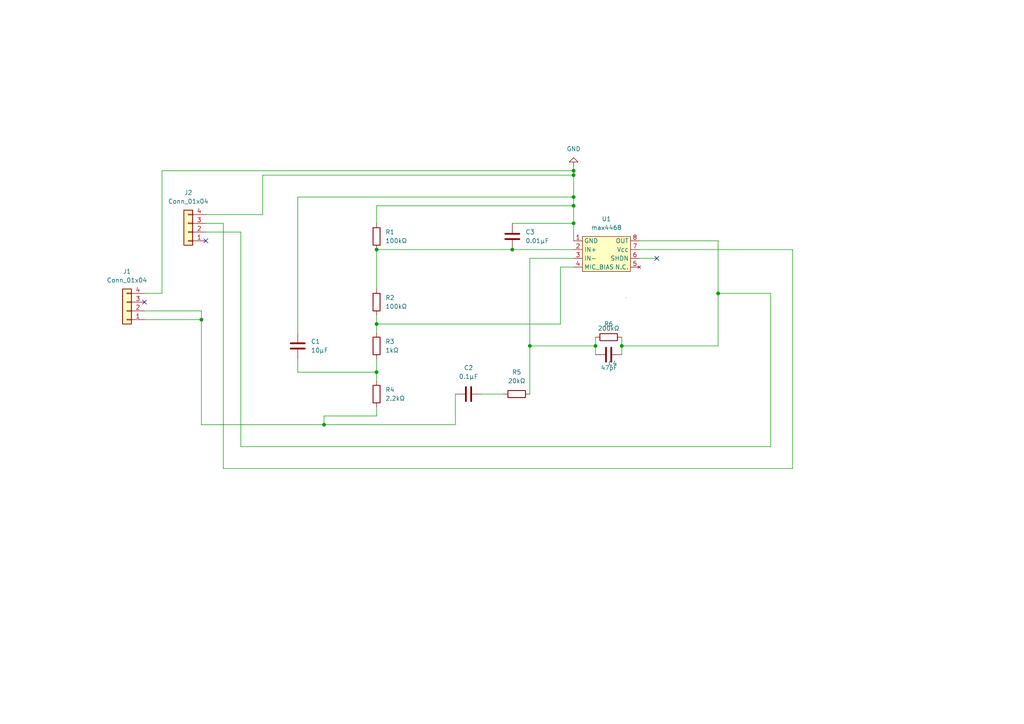
<source format=kicad_sch>
(kicad_sch (version 20211123) (generator eeschema)

  (uuid 4bea0c4f-02bc-41d1-9d68-a5f53729b297)

  (paper "A4")

  (lib_symbols
    (symbol "Connector_Generic:Conn_01x04" (pin_names (offset 1.016) hide) (in_bom yes) (on_board yes)
      (property "Reference" "J" (id 0) (at 0 5.08 0)
        (effects (font (size 1.27 1.27)))
      )
      (property "Value" "Conn_01x04" (id 1) (at 0 -7.62 0)
        (effects (font (size 1.27 1.27)))
      )
      (property "Footprint" "" (id 2) (at 0 0 0)
        (effects (font (size 1.27 1.27)) hide)
      )
      (property "Datasheet" "~" (id 3) (at 0 0 0)
        (effects (font (size 1.27 1.27)) hide)
      )
      (property "ki_keywords" "connector" (id 4) (at 0 0 0)
        (effects (font (size 1.27 1.27)) hide)
      )
      (property "ki_description" "Generic connector, single row, 01x04, script generated (kicad-library-utils/schlib/autogen/connector/)" (id 5) (at 0 0 0)
        (effects (font (size 1.27 1.27)) hide)
      )
      (property "ki_fp_filters" "Connector*:*_1x??_*" (id 6) (at 0 0 0)
        (effects (font (size 1.27 1.27)) hide)
      )
      (symbol "Conn_01x04_1_1"
        (rectangle (start -1.27 -4.953) (end 0 -5.207)
          (stroke (width 0.1524) (type default) (color 0 0 0 0))
          (fill (type none))
        )
        (rectangle (start -1.27 -2.413) (end 0 -2.667)
          (stroke (width 0.1524) (type default) (color 0 0 0 0))
          (fill (type none))
        )
        (rectangle (start -1.27 0.127) (end 0 -0.127)
          (stroke (width 0.1524) (type default) (color 0 0 0 0))
          (fill (type none))
        )
        (rectangle (start -1.27 2.667) (end 0 2.413)
          (stroke (width 0.1524) (type default) (color 0 0 0 0))
          (fill (type none))
        )
        (rectangle (start -1.27 3.81) (end 1.27 -6.35)
          (stroke (width 0.254) (type default) (color 0 0 0 0))
          (fill (type background))
        )
        (pin passive line (at -5.08 2.54 0) (length 3.81)
          (name "Pin_1" (effects (font (size 1.27 1.27))))
          (number "1" (effects (font (size 1.27 1.27))))
        )
        (pin passive line (at -5.08 0 0) (length 3.81)
          (name "Pin_2" (effects (font (size 1.27 1.27))))
          (number "2" (effects (font (size 1.27 1.27))))
        )
        (pin passive line (at -5.08 -2.54 0) (length 3.81)
          (name "Pin_3" (effects (font (size 1.27 1.27))))
          (number "3" (effects (font (size 1.27 1.27))))
        )
        (pin passive line (at -5.08 -5.08 0) (length 3.81)
          (name "Pin_4" (effects (font (size 1.27 1.27))))
          (number "4" (effects (font (size 1.27 1.27))))
        )
      )
    )
    (symbol "Device:C" (pin_numbers hide) (pin_names (offset 0.254)) (in_bom yes) (on_board yes)
      (property "Reference" "C" (id 0) (at 0.635 2.54 0)
        (effects (font (size 1.27 1.27)) (justify left))
      )
      (property "Value" "C" (id 1) (at 0.635 -2.54 0)
        (effects (font (size 1.27 1.27)) (justify left))
      )
      (property "Footprint" "" (id 2) (at 0.9652 -3.81 0)
        (effects (font (size 1.27 1.27)) hide)
      )
      (property "Datasheet" "~" (id 3) (at 0 0 0)
        (effects (font (size 1.27 1.27)) hide)
      )
      (property "ki_keywords" "cap capacitor" (id 4) (at 0 0 0)
        (effects (font (size 1.27 1.27)) hide)
      )
      (property "ki_description" "Unpolarized capacitor" (id 5) (at 0 0 0)
        (effects (font (size 1.27 1.27)) hide)
      )
      (property "ki_fp_filters" "C_*" (id 6) (at 0 0 0)
        (effects (font (size 1.27 1.27)) hide)
      )
      (symbol "C_0_1"
        (polyline
          (pts
            (xy -2.032 -0.762)
            (xy 2.032 -0.762)
          )
          (stroke (width 0.508) (type default) (color 0 0 0 0))
          (fill (type none))
        )
        (polyline
          (pts
            (xy -2.032 0.762)
            (xy 2.032 0.762)
          )
          (stroke (width 0.508) (type default) (color 0 0 0 0))
          (fill (type none))
        )
      )
      (symbol "C_1_1"
        (pin passive line (at 0 3.81 270) (length 2.794)
          (name "~" (effects (font (size 1.27 1.27))))
          (number "1" (effects (font (size 1.27 1.27))))
        )
        (pin passive line (at 0 -3.81 90) (length 2.794)
          (name "~" (effects (font (size 1.27 1.27))))
          (number "2" (effects (font (size 1.27 1.27))))
        )
      )
    )
    (symbol "Device:R" (pin_numbers hide) (pin_names (offset 0)) (in_bom yes) (on_board yes)
      (property "Reference" "R" (id 0) (at 2.032 0 90)
        (effects (font (size 1.27 1.27)))
      )
      (property "Value" "R" (id 1) (at 0 0 90)
        (effects (font (size 1.27 1.27)))
      )
      (property "Footprint" "" (id 2) (at -1.778 0 90)
        (effects (font (size 1.27 1.27)) hide)
      )
      (property "Datasheet" "~" (id 3) (at 0 0 0)
        (effects (font (size 1.27 1.27)) hide)
      )
      (property "ki_keywords" "R res resistor" (id 4) (at 0 0 0)
        (effects (font (size 1.27 1.27)) hide)
      )
      (property "ki_description" "Resistor" (id 5) (at 0 0 0)
        (effects (font (size 1.27 1.27)) hide)
      )
      (property "ki_fp_filters" "R_*" (id 6) (at 0 0 0)
        (effects (font (size 1.27 1.27)) hide)
      )
      (symbol "R_0_1"
        (rectangle (start -1.016 -2.54) (end 1.016 2.54)
          (stroke (width 0.254) (type default) (color 0 0 0 0))
          (fill (type none))
        )
      )
      (symbol "R_1_1"
        (pin passive line (at 0 3.81 270) (length 1.27)
          (name "~" (effects (font (size 1.27 1.27))))
          (number "1" (effects (font (size 1.27 1.27))))
        )
        (pin passive line (at 0 -3.81 90) (length 1.27)
          (name "~" (effects (font (size 1.27 1.27))))
          (number "2" (effects (font (size 1.27 1.27))))
        )
      )
    )
    (symbol "max4468:max4468" (in_bom yes) (on_board yes)
      (property "Reference" "U" (id 0) (at -7.62 19.05 0)
        (effects (font (size 1.27 1.27)))
      )
      (property "Value" "max4468" (id 1) (at -2.54 5.08 0)
        (effects (font (size 1.27 1.27)))
      )
      (property "Footprint" "Package_TO_SOT_SMD:SOT-23-8" (id 2) (at 0 0 0)
        (effects (font (size 1.27 1.27)) hide)
      )
      (property "Datasheet" "" (id 3) (at 0 0 0)
        (effects (font (size 1.27 1.27)) hide)
      )
      (symbol "max4468_0_1"
        (rectangle (start 2.54 0) (end 2.54 0)
          (stroke (width 0) (type default) (color 0 0 0 0))
          (fill (type none))
        )
        (rectangle (start 3.81 7.62) (end -10.16 17.78)
          (stroke (width 0) (type default) (color 0 0 0 0))
          (fill (type background))
        )
      )
      (symbol "max4468_1_1"
        (pin power_in line (at -12.7 16.51 0) (length 2.54)
          (name "GND" (effects (font (size 1.27 1.27))))
          (number "1" (effects (font (size 1.27 1.27))))
        )
        (pin input line (at -12.7 13.97 0) (length 2.54)
          (name "IN+" (effects (font (size 1.27 1.27))))
          (number "2" (effects (font (size 1.27 1.27))))
        )
        (pin input line (at -12.7 11.43 0) (length 2.54)
          (name "IN-" (effects (font (size 1.27 1.27))))
          (number "3" (effects (font (size 1.27 1.27))))
        )
        (pin input line (at -12.7 8.89 0) (length 2.54)
          (name "MIC_BIAS" (effects (font (size 1.27 1.27))))
          (number "4" (effects (font (size 1.27 1.27))))
        )
        (pin no_connect line (at 6.35 8.89 180) (length 2.54)
          (name "N.C." (effects (font (size 1.27 1.27))))
          (number "5" (effects (font (size 1.27 1.27))))
        )
        (pin output line (at 6.35 11.43 180) (length 2.54)
          (name "SHDN" (effects (font (size 1.27 1.27))))
          (number "6" (effects (font (size 1.27 1.27))))
        )
        (pin power_in line (at 6.35 13.97 180) (length 2.54)
          (name "Vcc" (effects (font (size 1.27 1.27))))
          (number "7" (effects (font (size 1.27 1.27))))
        )
        (pin output line (at 6.35 16.51 180) (length 2.54)
          (name "OUT" (effects (font (size 1.27 1.27))))
          (number "8" (effects (font (size 1.27 1.27))))
        )
      )
    )
    (symbol "power:GND" (power) (pin_names (offset 0)) (in_bom yes) (on_board yes)
      (property "Reference" "#PWR" (id 0) (at 0 -6.35 0)
        (effects (font (size 1.27 1.27)) hide)
      )
      (property "Value" "GND" (id 1) (at 0 -3.81 0)
        (effects (font (size 1.27 1.27)))
      )
      (property "Footprint" "" (id 2) (at 0 0 0)
        (effects (font (size 1.27 1.27)) hide)
      )
      (property "Datasheet" "" (id 3) (at 0 0 0)
        (effects (font (size 1.27 1.27)) hide)
      )
      (property "ki_keywords" "power-flag" (id 4) (at 0 0 0)
        (effects (font (size 1.27 1.27)) hide)
      )
      (property "ki_description" "Power symbol creates a global label with name \"GND\" , ground" (id 5) (at 0 0 0)
        (effects (font (size 1.27 1.27)) hide)
      )
      (symbol "GND_0_1"
        (polyline
          (pts
            (xy 0 0)
            (xy 0 -1.27)
            (xy 1.27 -1.27)
            (xy 0 -2.54)
            (xy -1.27 -1.27)
            (xy 0 -1.27)
          )
          (stroke (width 0) (type default) (color 0 0 0 0))
          (fill (type none))
        )
      )
      (symbol "GND_1_1"
        (pin power_in line (at 0 0 270) (length 0) hide
          (name "GND" (effects (font (size 1.27 1.27))))
          (number "1" (effects (font (size 1.27 1.27))))
        )
      )
    )
  )


  (junction (at 166.37 50.8) (diameter 0) (color 0 0 0 0)
    (uuid 0c1a7f03-3e81-44d9-a3cb-b10b0e10340e)
  )
  (junction (at 166.37 49.53) (diameter 0) (color 0 0 0 0)
    (uuid 261946c5-be3c-448b-b4dd-d5d8fc4da4d3)
  )
  (junction (at 93.98 123.19) (diameter 0) (color 0 0 0 0)
    (uuid 4cef8e20-455f-45a7-a110-19a287773fb0)
  )
  (junction (at 172.72 100.33) (diameter 0) (color 0 0 0 0)
    (uuid 5a4560f1-0aed-421b-bdc4-5b9879cfe57d)
  )
  (junction (at 153.67 100.33) (diameter 0) (color 0 0 0 0)
    (uuid 78cdf0c5-554b-4055-85b1-fe26e547b048)
  )
  (junction (at 166.37 59.69) (diameter 0) (color 0 0 0 0)
    (uuid 7aa6a06a-673e-4bac-a85d-161f0213f7fd)
  )
  (junction (at 166.37 57.15) (diameter 0) (color 0 0 0 0)
    (uuid 8cc1f780-d121-4bcc-b467-3db39a5a268a)
  )
  (junction (at 58.42 92.71) (diameter 0) (color 0 0 0 0)
    (uuid 8e29c5f5-91c5-4ddb-92ae-68b7a22a9565)
  )
  (junction (at 109.22 72.39) (diameter 0) (color 0 0 0 0)
    (uuid a0e17cfe-0428-474d-87ab-8f6304dce631)
  )
  (junction (at 166.37 64.77) (diameter 0) (color 0 0 0 0)
    (uuid a22a33f4-9f78-4642-b616-cd54f9b7ae98)
  )
  (junction (at 109.22 93.98) (diameter 0) (color 0 0 0 0)
    (uuid a65cc7f6-eb74-480b-afa4-3a6408e1093d)
  )
  (junction (at 148.59 72.39) (diameter 0) (color 0 0 0 0)
    (uuid ab6e6947-180f-4fbd-805a-6b790cba2c14)
  )
  (junction (at 109.22 107.95) (diameter 0) (color 0 0 0 0)
    (uuid d34be49b-169c-4dbc-add8-c92eb595a9c0)
  )
  (junction (at 208.28 85.09) (diameter 0) (color 0 0 0 0)
    (uuid d5f9e163-307d-441d-a787-a2900336831d)
  )
  (junction (at 180.34 100.33) (diameter 0) (color 0 0 0 0)
    (uuid f5214baf-d12c-4f35-9e2d-3ac55e5f7111)
  )

  (no_connect (at 190.5 74.93) (uuid a0970185-0fb2-400f-8daa-9556710088c7))
  (no_connect (at 59.69 69.85) (uuid a0970185-0fb2-400f-8daa-9556710088c7))
  (no_connect (at 41.91 87.63) (uuid a0970185-0fb2-400f-8daa-9556710088c7))

  (wire (pts (xy 59.69 64.77) (xy 64.77 64.77))
    (stroke (width 0) (type default) (color 0 0 0 0))
    (uuid 0bf2d9fd-e46b-4eba-92f0-0e0b9085a4b9)
  )
  (wire (pts (xy 93.98 120.65) (xy 93.98 123.19))
    (stroke (width 0) (type default) (color 0 0 0 0))
    (uuid 14de9b2d-ce35-43ff-94a4-932208e8d7f0)
  )
  (wire (pts (xy 64.77 135.89) (xy 229.87 135.89))
    (stroke (width 0) (type default) (color 0 0 0 0))
    (uuid 1657a5d3-55c7-4a67-b45c-56d8873ccf6f)
  )
  (wire (pts (xy 166.37 57.15) (xy 166.37 59.69))
    (stroke (width 0) (type default) (color 0 0 0 0))
    (uuid 16d25f96-7e9b-4ff1-85ae-3072ba47e6f6)
  )
  (wire (pts (xy 172.72 100.33) (xy 172.72 102.87))
    (stroke (width 0) (type default) (color 0 0 0 0))
    (uuid 1d04ea01-16b3-4d7a-9f95-680512491d47)
  )
  (wire (pts (xy 139.7 114.3) (xy 146.05 114.3))
    (stroke (width 0) (type default) (color 0 0 0 0))
    (uuid 1e10827f-cb87-4a05-818a-40ebd50ca192)
  )
  (wire (pts (xy 58.42 123.19) (xy 93.98 123.19))
    (stroke (width 0) (type default) (color 0 0 0 0))
    (uuid 2050112d-1c0d-460b-8bb2-79ad3f85fa35)
  )
  (wire (pts (xy 148.59 64.77) (xy 166.37 64.77))
    (stroke (width 0) (type default) (color 0 0 0 0))
    (uuid 20f010e0-d4cd-4f9c-945b-8b72b126581a)
  )
  (wire (pts (xy 59.69 62.23) (xy 76.2 62.23))
    (stroke (width 0) (type default) (color 0 0 0 0))
    (uuid 2316ead6-6eff-4550-9387-06945bded35f)
  )
  (wire (pts (xy 93.98 120.65) (xy 109.22 120.65))
    (stroke (width 0) (type default) (color 0 0 0 0))
    (uuid 27b55362-75fa-4a57-b229-ba7803f93050)
  )
  (wire (pts (xy 180.34 100.33) (xy 180.34 102.87))
    (stroke (width 0) (type default) (color 0 0 0 0))
    (uuid 2a9a5f8a-219d-4150-a460-66aaa4c0e8be)
  )
  (wire (pts (xy 208.28 85.09) (xy 223.52 85.09))
    (stroke (width 0) (type default) (color 0 0 0 0))
    (uuid 2c2a25d7-d80e-43e9-9928-321958dd76ff)
  )
  (wire (pts (xy 153.67 74.93) (xy 153.67 100.33))
    (stroke (width 0) (type default) (color 0 0 0 0))
    (uuid 36d569f4-fca1-4e53-982f-0193a3d2f023)
  )
  (wire (pts (xy 109.22 104.14) (xy 109.22 107.95))
    (stroke (width 0) (type default) (color 0 0 0 0))
    (uuid 37f93f68-f63f-464e-8edf-ba98982be5bb)
  )
  (wire (pts (xy 166.37 48.26) (xy 166.37 49.53))
    (stroke (width 0) (type default) (color 0 0 0 0))
    (uuid 4218cef3-e293-43ff-8503-9a5e7d2c457a)
  )
  (wire (pts (xy 46.99 49.53) (xy 166.37 49.53))
    (stroke (width 0) (type default) (color 0 0 0 0))
    (uuid 455c6973-f4b0-433b-bbdf-771516f8414f)
  )
  (wire (pts (xy 109.22 59.69) (xy 166.37 59.69))
    (stroke (width 0) (type default) (color 0 0 0 0))
    (uuid 47e50e9e-0c32-4c32-a325-d7cc8d14b00a)
  )
  (wire (pts (xy 41.91 90.17) (xy 58.42 90.17))
    (stroke (width 0) (type default) (color 0 0 0 0))
    (uuid 48fdd82c-01f6-41ba-a75b-5735c200a5ea)
  )
  (wire (pts (xy 166.37 49.53) (xy 166.37 50.8))
    (stroke (width 0) (type default) (color 0 0 0 0))
    (uuid 49bccd0b-4501-4520-9cb0-c18a936fcc55)
  )
  (wire (pts (xy 185.42 74.93) (xy 190.5 74.93))
    (stroke (width 0) (type default) (color 0 0 0 0))
    (uuid 4ab5a3d6-bf9b-49b4-ae3c-b3aa6ae933f3)
  )
  (wire (pts (xy 185.42 72.39) (xy 229.87 72.39))
    (stroke (width 0) (type default) (color 0 0 0 0))
    (uuid 4ab85e9a-f7bd-4dd7-ab45-42aaa254578d)
  )
  (wire (pts (xy 86.36 57.15) (xy 166.37 57.15))
    (stroke (width 0) (type default) (color 0 0 0 0))
    (uuid 4f97ee5f-15a3-43b4-8ca4-ebf0ef4c8614)
  )
  (wire (pts (xy 69.85 129.54) (xy 223.52 129.54))
    (stroke (width 0) (type default) (color 0 0 0 0))
    (uuid 54c7ff08-92c4-4a17-9f48-af4f6470faa7)
  )
  (wire (pts (xy 185.42 69.85) (xy 208.28 69.85))
    (stroke (width 0) (type default) (color 0 0 0 0))
    (uuid 5d0747ea-bfcc-45c2-ab04-d8bdd02cb419)
  )
  (wire (pts (xy 76.2 50.8) (xy 166.37 50.8))
    (stroke (width 0) (type default) (color 0 0 0 0))
    (uuid 5fbb2c9c-fbf5-4840-a713-1706eef243b1)
  )
  (wire (pts (xy 229.87 135.89) (xy 229.87 72.39))
    (stroke (width 0) (type default) (color 0 0 0 0))
    (uuid 636157bd-4b1f-4b2a-bb11-08ff1e1b3f7c)
  )
  (wire (pts (xy 208.28 85.09) (xy 208.28 69.85))
    (stroke (width 0) (type default) (color 0 0 0 0))
    (uuid 647b922c-5436-47a1-98d0-5025f5bd9a4b)
  )
  (wire (pts (xy 109.22 72.39) (xy 148.59 72.39))
    (stroke (width 0) (type default) (color 0 0 0 0))
    (uuid 66ed7aa0-4c32-460e-80cd-267d13573755)
  )
  (wire (pts (xy 148.59 72.39) (xy 166.37 72.39))
    (stroke (width 0) (type default) (color 0 0 0 0))
    (uuid 68805d9a-eb55-42d3-aaaa-6bdddff0672f)
  )
  (wire (pts (xy 162.56 93.98) (xy 162.56 77.47))
    (stroke (width 0) (type default) (color 0 0 0 0))
    (uuid 6d363ce7-03d3-4f9f-ac1c-7e572713ba16)
  )
  (wire (pts (xy 58.42 90.17) (xy 58.42 92.71))
    (stroke (width 0) (type default) (color 0 0 0 0))
    (uuid 700077dc-8ba0-439f-a601-a739cd7161b5)
  )
  (wire (pts (xy 166.37 50.8) (xy 166.37 57.15))
    (stroke (width 0) (type default) (color 0 0 0 0))
    (uuid 74e906d5-aece-4b6f-89a7-035f5dffe5f9)
  )
  (wire (pts (xy 162.56 77.47) (xy 166.37 77.47))
    (stroke (width 0) (type default) (color 0 0 0 0))
    (uuid 7c398ad4-75b8-4cb6-8823-dac053940bf8)
  )
  (wire (pts (xy 109.22 64.77) (xy 109.22 59.69))
    (stroke (width 0) (type default) (color 0 0 0 0))
    (uuid 7d1c2e83-66e1-46c2-8d87-d6ecb8a4324b)
  )
  (wire (pts (xy 109.22 93.98) (xy 162.56 93.98))
    (stroke (width 0) (type default) (color 0 0 0 0))
    (uuid 827d2167-fd5e-43cf-b949-fd2ca4867dde)
  )
  (wire (pts (xy 208.28 100.33) (xy 208.28 85.09))
    (stroke (width 0) (type default) (color 0 0 0 0))
    (uuid 8582a017-9323-4caa-adbc-ce0ab7c93fad)
  )
  (wire (pts (xy 223.52 129.54) (xy 223.52 85.09))
    (stroke (width 0) (type default) (color 0 0 0 0))
    (uuid 864502bb-6b8c-4269-bce6-4a85bec145d9)
  )
  (wire (pts (xy 64.77 64.77) (xy 64.77 135.89))
    (stroke (width 0) (type default) (color 0 0 0 0))
    (uuid 897cdc22-d875-40cb-a46d-0817784ded93)
  )
  (wire (pts (xy 41.91 85.09) (xy 46.99 85.09))
    (stroke (width 0) (type default) (color 0 0 0 0))
    (uuid 89b9ef2f-ef93-4d9a-803b-13a301495ec7)
  )
  (wire (pts (xy 180.34 97.79) (xy 180.34 100.33))
    (stroke (width 0) (type default) (color 0 0 0 0))
    (uuid 8eb04ec4-e638-4f6d-ad5f-5dc9db155f46)
  )
  (wire (pts (xy 59.69 67.31) (xy 69.85 67.31))
    (stroke (width 0) (type default) (color 0 0 0 0))
    (uuid 9a34f594-3464-42ae-8c54-07cf6afc8092)
  )
  (wire (pts (xy 76.2 62.23) (xy 76.2 50.8))
    (stroke (width 0) (type default) (color 0 0 0 0))
    (uuid 9af4cce6-2d3d-4f37-94b4-64e03c6bdc48)
  )
  (wire (pts (xy 153.67 74.93) (xy 166.37 74.93))
    (stroke (width 0) (type default) (color 0 0 0 0))
    (uuid 9e20aef2-90bf-45e9-8751-9ec5ca6add49)
  )
  (wire (pts (xy 69.85 67.31) (xy 69.85 129.54))
    (stroke (width 0) (type default) (color 0 0 0 0))
    (uuid a43f89f2-b4c3-417e-b9cb-ccf5bf6976b4)
  )
  (wire (pts (xy 109.22 93.98) (xy 109.22 96.52))
    (stroke (width 0) (type default) (color 0 0 0 0))
    (uuid a5c27914-cde6-40e2-9c82-cfc88f63d3b6)
  )
  (wire (pts (xy 109.22 91.44) (xy 109.22 93.98))
    (stroke (width 0) (type default) (color 0 0 0 0))
    (uuid a5ce64a4-a2a0-4b15-acb8-3fcc949cea8c)
  )
  (wire (pts (xy 58.42 92.71) (xy 58.42 123.19))
    (stroke (width 0) (type default) (color 0 0 0 0))
    (uuid b7030f21-8bc5-4b9d-b985-157cfbeba99b)
  )
  (wire (pts (xy 86.36 104.14) (xy 86.36 107.95))
    (stroke (width 0) (type default) (color 0 0 0 0))
    (uuid b7350a41-dfc5-48e9-abfb-6311c1fd5178)
  )
  (wire (pts (xy 166.37 59.69) (xy 166.37 64.77))
    (stroke (width 0) (type default) (color 0 0 0 0))
    (uuid ba0025e2-801e-4d82-93c1-3b61e565b5e9)
  )
  (wire (pts (xy 93.98 123.19) (xy 132.08 123.19))
    (stroke (width 0) (type default) (color 0 0 0 0))
    (uuid c28fa489-9601-4423-b94d-e40de78ca253)
  )
  (wire (pts (xy 153.67 100.33) (xy 153.67 114.3))
    (stroke (width 0) (type default) (color 0 0 0 0))
    (uuid c2c05830-a7ca-4076-96f1-53d1f3401e13)
  )
  (wire (pts (xy 86.36 107.95) (xy 109.22 107.95))
    (stroke (width 0) (type default) (color 0 0 0 0))
    (uuid c733dd8d-503c-480a-b733-1493b0da02c8)
  )
  (wire (pts (xy 46.99 85.09) (xy 46.99 49.53))
    (stroke (width 0) (type default) (color 0 0 0 0))
    (uuid cc5d79b2-250d-4415-9066-fd032ddad876)
  )
  (wire (pts (xy 172.72 97.79) (xy 172.72 100.33))
    (stroke (width 0) (type default) (color 0 0 0 0))
    (uuid cdd3882a-eb9a-4182-b7b7-6c4ef4287a84)
  )
  (wire (pts (xy 86.36 96.52) (xy 86.36 57.15))
    (stroke (width 0) (type default) (color 0 0 0 0))
    (uuid d02e51ce-05b3-464a-b881-1e5df27919d8)
  )
  (wire (pts (xy 41.91 92.71) (xy 58.42 92.71))
    (stroke (width 0) (type default) (color 0 0 0 0))
    (uuid d2bde3a5-0347-481a-aa1d-38d2268d6415)
  )
  (wire (pts (xy 153.67 100.33) (xy 172.72 100.33))
    (stroke (width 0) (type default) (color 0 0 0 0))
    (uuid e26b8636-1f1a-48bb-9e15-aed8081fd63a)
  )
  (wire (pts (xy 109.22 72.39) (xy 109.22 83.82))
    (stroke (width 0) (type default) (color 0 0 0 0))
    (uuid e4e00183-1570-459c-a555-782b53456f96)
  )
  (wire (pts (xy 166.37 64.77) (xy 166.37 69.85))
    (stroke (width 0) (type default) (color 0 0 0 0))
    (uuid e6841630-45c8-4cfc-b541-c117181ee28a)
  )
  (wire (pts (xy 109.22 107.95) (xy 109.22 110.49))
    (stroke (width 0) (type default) (color 0 0 0 0))
    (uuid e7a2e7e3-1a18-430d-8eec-533ee9c16b4b)
  )
  (wire (pts (xy 180.34 100.33) (xy 208.28 100.33))
    (stroke (width 0) (type default) (color 0 0 0 0))
    (uuid ee5df766-2624-43c8-84bb-01ce2169f5cd)
  )
  (wire (pts (xy 132.08 114.3) (xy 132.08 123.19))
    (stroke (width 0) (type default) (color 0 0 0 0))
    (uuid f8f2a63f-74bf-497c-9fa2-29ead4a56ea8)
  )
  (wire (pts (xy 109.22 118.11) (xy 109.22 120.65))
    (stroke (width 0) (type default) (color 0 0 0 0))
    (uuid f9e9cc51-664e-4900-a439-9b9f5da9727f)
  )

  (symbol (lib_id "max4468:max4468") (at 179.07 86.36 0) (unit 1)
    (in_bom yes) (on_board yes) (fields_autoplaced)
    (uuid 3886852f-1349-4918-a2fd-5f4181d84791)
    (property "Reference" "U1" (id 0) (at 175.895 63.5 0))
    (property "Value" "max4468" (id 1) (at 175.895 66.04 0))
    (property "Footprint" "Package_TO_SOT_SMD:SOT-23-8" (id 2) (at 179.07 86.36 0)
      (effects (font (size 1.27 1.27)) hide)
    )
    (property "Datasheet" "" (id 3) (at 179.07 86.36 0)
      (effects (font (size 1.27 1.27)) hide)
    )
    (pin "1" (uuid da3662db-5733-4782-99df-aaee122cc9e4))
    (pin "2" (uuid 4c0df76c-1786-402b-a2d8-444262131fd1))
    (pin "3" (uuid d08d8054-e9ac-4573-be37-fd972056c9ed))
    (pin "4" (uuid 7d8588df-3697-4e58-a4d4-d6d113d27d1a))
    (pin "5" (uuid 3ecd1ea5-91cd-4b49-9ec8-b2691989bd87))
    (pin "6" (uuid e8b87c45-4c17-41c3-abf7-4c2931161f6d))
    (pin "7" (uuid 7dd5b104-904f-4aa6-874c-5eef832caf23))
    (pin "8" (uuid 4d57f057-9496-4550-a5ee-dbd230492e5c))
  )

  (symbol (lib_id "Device:C") (at 176.53 102.87 90) (unit 1)
    (in_bom yes) (on_board yes)
    (uuid 3913945f-37fe-4a40-bf3d-5a194aa568eb)
    (property "Reference" "C4" (id 0) (at 179.07 105.41 90)
      (effects (font (size 1.27 1.27)) (justify left))
    )
    (property "Value" "47pF" (id 1) (at 179.07 106.68 90)
      (effects (font (size 1.27 1.27)) (justify left))
    )
    (property "Footprint" "Capacitor_SMD:C_0603_1608Metric_Pad1.08x0.95mm_HandSolder" (id 2) (at 180.34 101.9048 0)
      (effects (font (size 1.27 1.27)) hide)
    )
    (property "Datasheet" "~" (id 3) (at 176.53 102.87 0)
      (effects (font (size 1.27 1.27)) hide)
    )
    (pin "1" (uuid f7b5ef1a-4ddd-474c-a496-fb22343c44b2))
    (pin "2" (uuid fdc6972f-420d-47e1-b698-36cc95c38809))
  )

  (symbol (lib_id "Device:R") (at 149.86 114.3 90) (unit 1)
    (in_bom yes) (on_board yes) (fields_autoplaced)
    (uuid 45e0bfef-b21a-4662-9362-5e5e36f121fe)
    (property "Reference" "R5" (id 0) (at 149.86 107.95 90))
    (property "Value" "20kΩ" (id 1) (at 149.86 110.49 90))
    (property "Footprint" "Capacitor_SMD:C_0603_1608Metric_Pad1.08x0.95mm_HandSolder" (id 2) (at 149.86 116.078 90)
      (effects (font (size 1.27 1.27)) hide)
    )
    (property "Datasheet" "~" (id 3) (at 149.86 114.3 0)
      (effects (font (size 1.27 1.27)) hide)
    )
    (pin "1" (uuid f0269bba-34e3-4df3-8aa0-9cd71d0cdfdb))
    (pin "2" (uuid 9a5ae634-7346-48dc-be73-3ebe1289af9c))
  )

  (symbol (lib_id "Device:R") (at 109.22 87.63 0) (unit 1)
    (in_bom yes) (on_board yes) (fields_autoplaced)
    (uuid 72117552-0783-42e1-91e1-66c56c2b82ae)
    (property "Reference" "R2" (id 0) (at 111.76 86.3599 0)
      (effects (font (size 1.27 1.27)) (justify left))
    )
    (property "Value" "100kΩ" (id 1) (at 111.76 88.8999 0)
      (effects (font (size 1.27 1.27)) (justify left))
    )
    (property "Footprint" "Capacitor_SMD:C_0603_1608Metric_Pad1.08x0.95mm_HandSolder" (id 2) (at 107.442 87.63 90)
      (effects (font (size 1.27 1.27)) hide)
    )
    (property "Datasheet" "~" (id 3) (at 109.22 87.63 0)
      (effects (font (size 1.27 1.27)) hide)
    )
    (pin "1" (uuid 77cc389c-c677-4825-8f0f-c6ebe9216177))
    (pin "2" (uuid 39ca9656-470c-448a-bce1-de47be708f2b))
  )

  (symbol (lib_id "Device:C") (at 86.36 100.33 0) (unit 1)
    (in_bom yes) (on_board yes) (fields_autoplaced)
    (uuid 78a0f0b0-7fe1-41bb-b0ba-6e9e0b3d9093)
    (property "Reference" "C1" (id 0) (at 90.17 99.0599 0)
      (effects (font (size 1.27 1.27)) (justify left))
    )
    (property "Value" "10μF" (id 1) (at 90.17 101.5999 0)
      (effects (font (size 1.27 1.27)) (justify left))
    )
    (property "Footprint" "Capacitor_SMD:C_0603_1608Metric_Pad1.08x0.95mm_HandSolder" (id 2) (at 87.3252 104.14 0)
      (effects (font (size 1.27 1.27)) hide)
    )
    (property "Datasheet" "~" (id 3) (at 86.36 100.33 0)
      (effects (font (size 1.27 1.27)) hide)
    )
    (pin "1" (uuid 80bbf73a-3578-4b87-8da6-dc67197b5e61))
    (pin "2" (uuid 2bb3916b-7b24-4497-a7fb-51278a1d3b63))
  )

  (symbol (lib_id "Device:C") (at 135.89 114.3 90) (unit 1)
    (in_bom yes) (on_board yes) (fields_autoplaced)
    (uuid 89230c0d-26bc-4c7c-82c3-6ae39bbda280)
    (property "Reference" "C2" (id 0) (at 135.89 106.68 90))
    (property "Value" "0.1μF" (id 1) (at 135.89 109.22 90))
    (property "Footprint" "Capacitor_SMD:C_0603_1608Metric_Pad1.08x0.95mm_HandSolder" (id 2) (at 139.7 113.3348 0)
      (effects (font (size 1.27 1.27)) hide)
    )
    (property "Datasheet" "~" (id 3) (at 135.89 114.3 0)
      (effects (font (size 1.27 1.27)) hide)
    )
    (pin "1" (uuid c264e5b9-5a2f-4ac5-a23b-7cccd29d9f33))
    (pin "2" (uuid e3c717f3-6ef8-422e-bc0c-8734ba07cd11))
  )

  (symbol (lib_id "Connector_Generic:Conn_01x04") (at 54.61 67.31 180) (unit 1)
    (in_bom yes) (on_board yes) (fields_autoplaced)
    (uuid 908b4244-0197-4003-a8ac-dc25baecfbf4)
    (property "Reference" "J2" (id 0) (at 54.61 55.88 0))
    (property "Value" "Conn_01x04" (id 1) (at 54.61 58.42 0))
    (property "Footprint" "Connector_PinHeader_2.00mm:PinHeader_1x04_P2.00mm_Vertical" (id 2) (at 54.61 67.31 0)
      (effects (font (size 1.27 1.27)) hide)
    )
    (property "Datasheet" "~" (id 3) (at 54.61 67.31 0)
      (effects (font (size 1.27 1.27)) hide)
    )
    (pin "1" (uuid ad35d9ae-57d4-4f96-9b91-7ce2dbaf306c))
    (pin "2" (uuid 161c96b8-06bd-4479-acc0-baf265e7da8a))
    (pin "3" (uuid 8fcf574f-2d4e-42b6-aa86-5701a2b3ae52))
    (pin "4" (uuid eea29a71-2e2f-486b-a606-17d3fcd194b3))
  )

  (symbol (lib_id "Device:R") (at 109.22 114.3 0) (unit 1)
    (in_bom yes) (on_board yes) (fields_autoplaced)
    (uuid 90946d43-b4df-4047-85ab-9bd117988541)
    (property "Reference" "R4" (id 0) (at 111.76 113.0299 0)
      (effects (font (size 1.27 1.27)) (justify left))
    )
    (property "Value" "2.2kΩ" (id 1) (at 111.76 115.5699 0)
      (effects (font (size 1.27 1.27)) (justify left))
    )
    (property "Footprint" "Capacitor_SMD:C_0603_1608Metric_Pad1.08x0.95mm_HandSolder" (id 2) (at 107.442 114.3 90)
      (effects (font (size 1.27 1.27)) hide)
    )
    (property "Datasheet" "~" (id 3) (at 109.22 114.3 0)
      (effects (font (size 1.27 1.27)) hide)
    )
    (pin "1" (uuid 64b3049f-24d1-4e14-a939-ca49d1769713))
    (pin "2" (uuid 59781531-ddf0-46e3-b2af-00f148045fb8))
  )

  (symbol (lib_id "power:GND") (at 166.37 48.26 180) (unit 1)
    (in_bom yes) (on_board yes) (fields_autoplaced)
    (uuid 9d257c01-560c-44c7-8005-b481016d7310)
    (property "Reference" "#PWR01" (id 0) (at 166.37 41.91 0)
      (effects (font (size 1.27 1.27)) hide)
    )
    (property "Value" "GND" (id 1) (at 166.37 43.18 0))
    (property "Footprint" "" (id 2) (at 166.37 48.26 0)
      (effects (font (size 1.27 1.27)) hide)
    )
    (property "Datasheet" "" (id 3) (at 166.37 48.26 0)
      (effects (font (size 1.27 1.27)) hide)
    )
    (pin "1" (uuid 40b76cbd-cf9c-4356-a822-cf374f8b4029))
  )

  (symbol (lib_id "Device:R") (at 176.53 97.79 90) (unit 1)
    (in_bom yes) (on_board yes)
    (uuid a18e6e4d-58b5-4fbd-8b31-a141e39999b7)
    (property "Reference" "R6" (id 0) (at 176.53 93.98 90))
    (property "Value" "200kΩ" (id 1) (at 176.53 95.25 90))
    (property "Footprint" "Capacitor_SMD:C_0603_1608Metric_Pad1.08x0.95mm_HandSolder" (id 2) (at 176.53 99.568 90)
      (effects (font (size 1.27 1.27)) hide)
    )
    (property "Datasheet" "~" (id 3) (at 176.53 97.79 0)
      (effects (font (size 1.27 1.27)) hide)
    )
    (pin "1" (uuid 83825509-fe43-4430-b7ac-374e8079736b))
    (pin "2" (uuid 1287744a-2bb2-43b4-90c4-1a2dcad01267))
  )

  (symbol (lib_id "Device:C") (at 148.59 68.58 0) (unit 1)
    (in_bom yes) (on_board yes) (fields_autoplaced)
    (uuid a3103ea5-e440-4c84-8a91-7fac83052e9e)
    (property "Reference" "C3" (id 0) (at 152.4 67.3099 0)
      (effects (font (size 1.27 1.27)) (justify left))
    )
    (property "Value" "0.01μF" (id 1) (at 152.4 69.8499 0)
      (effects (font (size 1.27 1.27)) (justify left))
    )
    (property "Footprint" "Capacitor_SMD:C_0603_1608Metric_Pad1.08x0.95mm_HandSolder" (id 2) (at 149.5552 72.39 0)
      (effects (font (size 1.27 1.27)) hide)
    )
    (property "Datasheet" "~" (id 3) (at 148.59 68.58 0)
      (effects (font (size 1.27 1.27)) hide)
    )
    (pin "1" (uuid 64fa7ec6-4c6d-403e-bad3-1025f79661ea))
    (pin "2" (uuid e968706c-1699-4c65-a388-ee2540f72762))
  )

  (symbol (lib_id "Device:R") (at 109.22 100.33 0) (unit 1)
    (in_bom yes) (on_board yes) (fields_autoplaced)
    (uuid eb8283eb-9900-4fce-afb5-896c25fd2a58)
    (property "Reference" "R3" (id 0) (at 111.76 99.0599 0)
      (effects (font (size 1.27 1.27)) (justify left))
    )
    (property "Value" "1kΩ" (id 1) (at 111.76 101.5999 0)
      (effects (font (size 1.27 1.27)) (justify left))
    )
    (property "Footprint" "Capacitor_SMD:C_0603_1608Metric_Pad1.08x0.95mm_HandSolder" (id 2) (at 107.442 100.33 90)
      (effects (font (size 1.27 1.27)) hide)
    )
    (property "Datasheet" "~" (id 3) (at 109.22 100.33 0)
      (effects (font (size 1.27 1.27)) hide)
    )
    (pin "1" (uuid 3863aca2-1ee6-4caa-bdfd-c51c0e72e532))
    (pin "2" (uuid 51d0e060-8f5d-45e4-ad2c-4151fb252bc4))
  )

  (symbol (lib_id "Connector_Generic:Conn_01x04") (at 36.83 90.17 180) (unit 1)
    (in_bom yes) (on_board yes) (fields_autoplaced)
    (uuid f7182c87-1e2e-4bef-a5b0-f20705451050)
    (property "Reference" "J1" (id 0) (at 36.83 78.74 0))
    (property "Value" "Conn_01x04" (id 1) (at 36.83 81.28 0))
    (property "Footprint" "Connector_PinHeader_2.00mm:PinHeader_1x04_P2.00mm_Vertical" (id 2) (at 36.83 90.17 0)
      (effects (font (size 1.27 1.27)) hide)
    )
    (property "Datasheet" "~" (id 3) (at 36.83 90.17 0)
      (effects (font (size 1.27 1.27)) hide)
    )
    (pin "1" (uuid 9845d9b1-2fc9-4de8-9dab-1e19a1dd7a33))
    (pin "2" (uuid 9763be19-a9ea-4af4-9a88-9590e1080296))
    (pin "3" (uuid fd9d08ad-cbb6-4fbb-9726-e24e60958132))
    (pin "4" (uuid cf4d0294-661f-4fe9-b36b-b2ea5a98761c))
  )

  (symbol (lib_id "Device:R") (at 109.22 68.58 0) (unit 1)
    (in_bom yes) (on_board yes) (fields_autoplaced)
    (uuid f73fe880-e6a1-4661-a274-ebc349831da3)
    (property "Reference" "R1" (id 0) (at 111.76 67.3099 0)
      (effects (font (size 1.27 1.27)) (justify left))
    )
    (property "Value" "100kΩ" (id 1) (at 111.76 69.8499 0)
      (effects (font (size 1.27 1.27)) (justify left))
    )
    (property "Footprint" "Capacitor_SMD:C_0603_1608Metric_Pad1.08x0.95mm_HandSolder" (id 2) (at 107.442 68.58 90)
      (effects (font (size 1.27 1.27)) hide)
    )
    (property "Datasheet" "~" (id 3) (at 109.22 68.58 0)
      (effects (font (size 1.27 1.27)) hide)
    )
    (pin "1" (uuid 47eb3433-ccfd-414f-a10f-b8ef5961155e))
    (pin "2" (uuid 16d0fd64-69fa-436e-9745-64ac935cb0f5))
  )

  (sheet_instances
    (path "/" (page "1"))
  )

  (symbol_instances
    (path "/9d257c01-560c-44c7-8005-b481016d7310"
      (reference "#PWR01") (unit 1) (value "GND") (footprint "")
    )
    (path "/78a0f0b0-7fe1-41bb-b0ba-6e9e0b3d9093"
      (reference "C1") (unit 1) (value "10μF") (footprint "Capacitor_SMD:C_0603_1608Metric_Pad1.08x0.95mm_HandSolder")
    )
    (path "/89230c0d-26bc-4c7c-82c3-6ae39bbda280"
      (reference "C2") (unit 1) (value "0.1μF") (footprint "Capacitor_SMD:C_0603_1608Metric_Pad1.08x0.95mm_HandSolder")
    )
    (path "/a3103ea5-e440-4c84-8a91-7fac83052e9e"
      (reference "C3") (unit 1) (value "0.01μF") (footprint "Capacitor_SMD:C_0603_1608Metric_Pad1.08x0.95mm_HandSolder")
    )
    (path "/3913945f-37fe-4a40-bf3d-5a194aa568eb"
      (reference "C4") (unit 1) (value "47pF") (footprint "Capacitor_SMD:C_0603_1608Metric_Pad1.08x0.95mm_HandSolder")
    )
    (path "/f7182c87-1e2e-4bef-a5b0-f20705451050"
      (reference "J1") (unit 1) (value "Conn_01x04") (footprint "Connector_PinHeader_2.00mm:PinHeader_1x04_P2.00mm_Vertical")
    )
    (path "/908b4244-0197-4003-a8ac-dc25baecfbf4"
      (reference "J2") (unit 1) (value "Conn_01x04") (footprint "Connector_PinHeader_2.00mm:PinHeader_1x04_P2.00mm_Vertical")
    )
    (path "/f73fe880-e6a1-4661-a274-ebc349831da3"
      (reference "R1") (unit 1) (value "100kΩ") (footprint "Capacitor_SMD:C_0603_1608Metric_Pad1.08x0.95mm_HandSolder")
    )
    (path "/72117552-0783-42e1-91e1-66c56c2b82ae"
      (reference "R2") (unit 1) (value "100kΩ") (footprint "Capacitor_SMD:C_0603_1608Metric_Pad1.08x0.95mm_HandSolder")
    )
    (path "/eb8283eb-9900-4fce-afb5-896c25fd2a58"
      (reference "R3") (unit 1) (value "1kΩ") (footprint "Capacitor_SMD:C_0603_1608Metric_Pad1.08x0.95mm_HandSolder")
    )
    (path "/90946d43-b4df-4047-85ab-9bd117988541"
      (reference "R4") (unit 1) (value "2.2kΩ") (footprint "Capacitor_SMD:C_0603_1608Metric_Pad1.08x0.95mm_HandSolder")
    )
    (path "/45e0bfef-b21a-4662-9362-5e5e36f121fe"
      (reference "R5") (unit 1) (value "20kΩ") (footprint "Capacitor_SMD:C_0603_1608Metric_Pad1.08x0.95mm_HandSolder")
    )
    (path "/a18e6e4d-58b5-4fbd-8b31-a141e39999b7"
      (reference "R6") (unit 1) (value "200kΩ") (footprint "Capacitor_SMD:C_0603_1608Metric_Pad1.08x0.95mm_HandSolder")
    )
    (path "/3886852f-1349-4918-a2fd-5f4181d84791"
      (reference "U1") (unit 1) (value "max4468") (footprint "Package_TO_SOT_SMD:SOT-23-8")
    )
  )
)

</source>
